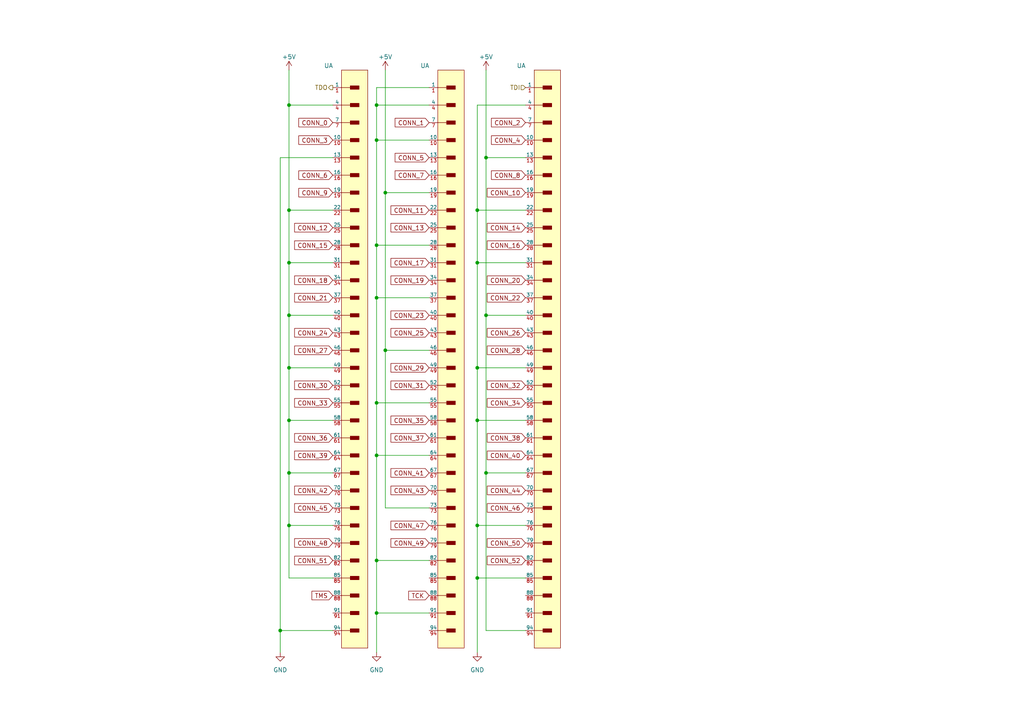
<source format=kicad_sch>
(kicad_sch (version 20220404) (generator eeschema)
  (paper "A4")
  (lib_symbols
    (symbol "09032967825:09032967825" (pin_names (offset 0))
      (property "Reference" "J" (at 0 7.62 0))
      (property "Value" "09032967825" (at 0 10.16 0))
      (symbol "09032967825_1_1"
        (rectangle (start -12.7 5.08) (end -5.08 -162.56) (fill (type background)))
        (rectangle (start -10.16 -156.972) (end -7.62 -157.988) (fill (type outline)))
        (rectangle (start -10.16 -151.892) (end -7.62 -152.908) (fill (type outline)))
        (rectangle (start -10.16 -146.812) (end -7.62 -147.828) (fill (type outline)))
        (rectangle (start -10.16 -141.732) (end -7.62 -142.748) (fill (type outline)))
        (rectangle (start -10.16 -136.652) (end -7.62 -137.668) (fill (type outline)))
        (rectangle (start -10.16 -131.572) (end -7.62 -132.588) (fill (type outline)))
        (rectangle (start -10.16 -126.492) (end -7.62 -127.508) (fill (type outline)))
        (rectangle (start -10.16 -121.412) (end -7.62 -122.428) (fill (type outline)))
        (rectangle (start -10.16 -116.332) (end -7.62 -117.348) (fill (type outline)))
        (rectangle (start -10.16 -111.252) (end -7.62 -112.268) (fill (type outline)))
        (rectangle (start -10.16 -106.172) (end -7.62 -107.188) (fill (type outline)))
        (rectangle (start -10.16 -101.092) (end -7.62 -102.108) (fill (type outline)))
        (rectangle (start -10.16 -96.012) (end -7.62 -97.028) (fill (type outline)))
        (rectangle (start -10.16 -90.932) (end -7.62 -91.948) (fill (type outline)))
        (rectangle (start -10.16 -85.852) (end -7.62 -86.868) (fill (type outline)))
        (rectangle (start -10.16 -80.772) (end -7.62 -81.788) (fill (type outline)))
        (rectangle (start -10.16 -75.692) (end -7.62 -76.708) (fill (type outline)))
        (rectangle (start -10.16 -70.612) (end -7.62 -71.628) (fill (type outline)))
        (rectangle (start -10.16 -65.532) (end -7.62 -66.548) (fill (type outline)))
        (rectangle (start -10.16 -60.452) (end -7.62 -61.468) (fill (type outline)))
        (rectangle (start -10.16 -55.372) (end -7.62 -56.388) (fill (type outline)))
        (rectangle (start -10.16 -50.292) (end -7.62 -51.308) (fill (type outline)))
        (rectangle (start -10.16 -45.212) (end -7.62 -46.228) (fill (type outline)))
        (rectangle (start -10.16 -40.132) (end -7.62 -41.148) (fill (type outline)))
        (rectangle (start -10.16 -35.052) (end -7.62 -36.068) (fill (type outline)))
        (rectangle (start -10.16 -29.972) (end -7.62 -30.988) (fill (type outline)))
        (rectangle (start -10.16 -24.892) (end -7.62 -25.908) (fill (type outline)))
        (rectangle (start -10.16 -19.812) (end -7.62 -20.828) (fill (type outline)))
        (rectangle (start -10.16 -14.732) (end -7.62 -15.748) (fill (type outline)))
        (rectangle (start -10.16 -9.652) (end -7.62 -10.668) (fill (type outline)))
        (rectangle (start -10.16 -4.572) (end -7.62 -5.588) (fill (type outline)))
        (rectangle (start -10.16 0.508) (end -7.62 -0.508) (fill (type outline)))
        (polyline (pts (xy -8.128 -157.48) (xy -5.08 -157.48)))
        (polyline (pts (xy -8.128 -152.4) (xy -5.08 -152.4)))
        (polyline (pts (xy -8.128 -147.32) (xy -5.08 -147.32)))
        (polyline (pts (xy -8.128 -142.24) (xy -5.08 -142.24)))
        (polyline (pts (xy -8.128 -137.16) (xy -5.08 -137.16)))
        (polyline (pts (xy -8.128 -132.08) (xy -5.08 -132.08)))
        (polyline (pts (xy -8.128 -127) (xy -5.08 -127)))
        (polyline (pts (xy -8.128 -121.92) (xy -5.08 -121.92)))
        (polyline (pts (xy -8.128 -116.84) (xy -5.08 -116.84)))
        (polyline (pts (xy -8.128 -111.76) (xy -5.08 -111.76)))
        (polyline (pts (xy -8.128 -106.68) (xy -5.08 -106.68)))
        (polyline (pts (xy -8.128 -101.6) (xy -5.08 -101.6)))
        (polyline (pts (xy -8.128 -96.52) (xy -5.08 -96.52)))
        (polyline (pts (xy -8.128 -91.44) (xy -5.08 -91.44)))
        (polyline (pts (xy -8.128 -86.36) (xy -5.08 -86.36)))
        (polyline (pts (xy -8.128 -81.28) (xy -5.08 -81.28)))
        (polyline (pts (xy -8.128 -76.2) (xy -5.08 -76.2)))
        (polyline (pts (xy -8.128 -71.12) (xy -5.08 -71.12)))
        (polyline (pts (xy -8.128 -66.04) (xy -5.08 -66.04)))
        (polyline (pts (xy -8.128 -60.96) (xy -5.08 -60.96)))
        (polyline (pts (xy -8.128 -55.88) (xy -5.08 -55.88)))
        (polyline (pts (xy -8.128 -50.8) (xy -5.08 -50.8)))
        (polyline (pts (xy -8.128 -45.72) (xy -5.08 -45.72)))
        (polyline (pts (xy -8.128 -40.64) (xy -5.08 -40.64)))
        (polyline (pts (xy -8.128 -35.56) (xy -5.08 -35.56)))
        (polyline (pts (xy -8.128 -30.48) (xy -5.08 -30.48)))
        (polyline (pts (xy -8.128 -25.4) (xy -5.08 -25.4)))
        (polyline (pts (xy -8.128 -20.32) (xy -5.08 -20.32)))
        (polyline (pts (xy -8.128 -15.24) (xy -5.08 -15.24)))
        (polyline (pts (xy -8.128 -10.16) (xy -5.08 -10.16)))
        (polyline (pts (xy -8.128 -5.08) (xy -5.08 -5.08)))
        (polyline (pts (xy -8.128 0) (xy -5.08 0)))
        (pin passive line (at -2.54 0 180) (length 2.54) (name "1") (number "1"))
        (pin passive line (at -2.54 -15.24 180) (length 2.54) (name "10") (number "10"))
        (pin passive line (at -2.54 -20.32 180) (length 2.54) (name "13") (number "13"))
        (pin passive line (at -2.54 -25.4 180) (length 2.54) (name "16") (number "16"))
        (pin passive line (at -2.54 -30.48 180) (length 2.54) (name "19") (number "19"))
        (pin passive line (at -2.54 -35.56 180) (length 2.54) (name "22") (number "22"))
        (pin passive line (at -2.54 -40.64 180) (length 2.54) (name "25") (number "25"))
        (pin passive line (at -2.54 -45.72 180) (length 2.54) (name "28") (number "28"))
        (pin passive line (at -2.54 -50.8 180) (length 2.54) (name "31") (number "31"))
        (pin passive line (at -2.54 -55.88 180) (length 2.54) (name "34") (number "34"))
        (pin passive line (at -2.54 -60.96 180) (length 2.54) (name "37") (number "37"))
        (pin passive line (at -2.54 -5.08 180) (length 2.54) (name "4") (number "4"))
        (pin passive line (at -2.54 -66.04 180) (length 2.54) (name "40") (number "40"))
        (pin passive line (at -2.54 -71.12 180) (length 2.54) (name "43") (number "43"))
        (pin passive line (at -2.54 -76.2 180) (length 2.54) (name "46") (number "46"))
        (pin passive line (at -2.54 -81.28 180) (length 2.54) (name "49") (number "49"))
        (pin passive line (at -2.54 -86.36 180) (length 2.54) (name "52") (number "52"))
        (pin passive line (at -2.54 -91.44 180) (length 2.54) (name "55") (number "55"))
        (pin passive line (at -2.54 -96.52 180) (length 2.54) (name "58") (number "58"))
        (pin passive line (at -2.54 -101.6 180) (length 2.54) (name "61") (number "61"))
        (pin passive line (at -2.54 -106.68 180) (length 2.54) (name "64") (number "64"))
        (pin passive line (at -2.54 -111.76 180) (length 2.54) (name "67") (number "67"))
        (pin passive line (at -2.54 -10.16 180) (length 2.54) (name "7") (number "7"))
        (pin passive line (at -2.54 -116.84 180) (length 2.54) (name "70") (number "70"))
        (pin passive line (at -2.54 -121.92 180) (length 2.54) (name "73") (number "73"))
        (pin passive line (at -2.54 -127 180) (length 2.54) (name "76") (number "76"))
        (pin passive line (at -2.54 -132.08 180) (length 2.54) (name "79") (number "79"))
        (pin passive line (at -2.54 -137.16 180) (length 2.54) (name "82") (number "82"))
        (pin passive line (at -2.54 -142.24 180) (length 2.54) (name "85") (number "85"))
        (pin passive line (at -2.54 -147.32 180) (length 2.54) (name "88") (number "88"))
        (pin passive line (at -2.54 -152.4 180) (length 2.54) (name "91") (number "91"))
        (pin passive line (at -2.54 -157.48 180) (length 2.54) (name "94") (number "94"))
      )
      (symbol "09032967825_2_1"
        (rectangle (start -12.7 5.08) (end -5.08 -162.56) (fill (type background)))
        (rectangle (start -10.16 -156.972) (end -7.62 -157.988) (fill (type outline)))
        (rectangle (start -10.16 -151.892) (end -7.62 -152.908) (fill (type outline)))
        (rectangle (start -10.16 -146.812) (end -7.62 -147.828) (fill (type outline)))
        (rectangle (start -10.16 -141.732) (end -7.62 -142.748) (fill (type outline)))
        (rectangle (start -10.16 -136.652) (end -7.62 -137.668) (fill (type outline)))
        (rectangle (start -10.16 -131.572) (end -7.62 -132.588) (fill (type outline)))
        (rectangle (start -10.16 -126.492) (end -7.62 -127.508) (fill (type outline)))
        (rectangle (start -10.16 -121.412) (end -7.62 -122.428) (fill (type outline)))
        (rectangle (start -10.16 -116.332) (end -7.62 -117.348) (fill (type outline)))
        (rectangle (start -10.16 -111.252) (end -7.62 -112.268) (fill (type outline)))
        (rectangle (start -10.16 -106.172) (end -7.62 -107.188) (fill (type outline)))
        (rectangle (start -10.16 -101.092) (end -7.62 -102.108) (fill (type outline)))
        (rectangle (start -10.16 -96.012) (end -7.62 -97.028) (fill (type outline)))
        (rectangle (start -10.16 -90.932) (end -7.62 -91.948) (fill (type outline)))
        (rectangle (start -10.16 -85.852) (end -7.62 -86.868) (fill (type outline)))
        (rectangle (start -10.16 -80.772) (end -7.62 -81.788) (fill (type outline)))
        (rectangle (start -10.16 -75.692) (end -7.62 -76.708) (fill (type outline)))
        (rectangle (start -10.16 -70.612) (end -7.62 -71.628) (fill (type outline)))
        (rectangle (start -10.16 -65.532) (end -7.62 -66.548) (fill (type outline)))
        (rectangle (start -10.16 -60.452) (end -7.62 -61.468) (fill (type outline)))
        (rectangle (start -10.16 -55.372) (end -7.62 -56.388) (fill (type outline)))
        (rectangle (start -10.16 -50.292) (end -7.62 -51.308) (fill (type outline)))
        (rectangle (start -10.16 -45.212) (end -7.62 -46.228) (fill (type outline)))
        (rectangle (start -10.16 -40.132) (end -7.62 -41.148) (fill (type outline)))
        (rectangle (start -10.16 -35.052) (end -7.62 -36.068) (fill (type outline)))
        (rectangle (start -10.16 -29.972) (end -7.62 -30.988) (fill (type outline)))
        (rectangle (start -10.16 -24.892) (end -7.62 -25.908) (fill (type outline)))
        (rectangle (start -10.16 -19.812) (end -7.62 -20.828) (fill (type outline)))
        (rectangle (start -10.16 -14.732) (end -7.62 -15.748) (fill (type outline)))
        (rectangle (start -10.16 -9.652) (end -7.62 -10.668) (fill (type outline)))
        (rectangle (start -10.16 -4.572) (end -7.62 -5.588) (fill (type outline)))
        (rectangle (start -10.16 0.508) (end -7.62 -0.508) (fill (type outline)))
        (polyline (pts (xy -8.128 -157.48) (xy -5.08 -157.48)))
        (polyline (pts (xy -8.128 -152.4) (xy -5.08 -152.4)))
        (polyline (pts (xy -8.128 -147.32) (xy -5.08 -147.32)))
        (polyline (pts (xy -8.128 -142.24) (xy -5.08 -142.24)))
        (polyline (pts (xy -8.128 -137.16) (xy -5.08 -137.16)))
        (polyline (pts (xy -8.128 -132.08) (xy -5.08 -132.08)))
        (polyline (pts (xy -8.128 -127) (xy -5.08 -127)))
        (polyline (pts (xy -8.128 -121.92) (xy -5.08 -121.92)))
        (polyline (pts (xy -8.128 -116.84) (xy -5.08 -116.84)))
        (polyline (pts (xy -8.128 -111.76) (xy -5.08 -111.76)))
        (polyline (pts (xy -8.128 -106.68) (xy -5.08 -106.68)))
        (polyline (pts (xy -8.128 -101.6) (xy -5.08 -101.6)))
        (polyline (pts (xy -8.128 -96.52) (xy -5.08 -96.52)))
        (polyline (pts (xy -8.128 -91.44) (xy -5.08 -91.44)))
        (polyline (pts (xy -8.128 -86.36) (xy -5.08 -86.36)))
        (polyline (pts (xy -8.128 -81.28) (xy -5.08 -81.28)))
        (polyline (pts (xy -8.128 -76.2) (xy -5.08 -76.2)))
        (polyline (pts (xy -8.128 -71.12) (xy -5.08 -71.12)))
        (polyline (pts (xy -8.128 -66.04) (xy -5.08 -66.04)))
        (polyline (pts (xy -8.128 -60.96) (xy -5.08 -60.96)))
        (polyline (pts (xy -8.128 -55.88) (xy -5.08 -55.88)))
        (polyline (pts (xy -8.128 -50.8) (xy -5.08 -50.8)))
        (polyline (pts (xy -8.128 -45.72) (xy -5.08 -45.72)))
        (polyline (pts (xy -8.128 -40.64) (xy -5.08 -40.64)))
        (polyline (pts (xy -8.128 -35.56) (xy -5.08 -35.56)))
        (polyline (pts (xy -8.128 -30.48) (xy -5.08 -30.48)))
        (polyline (pts (xy -8.128 -25.4) (xy -5.08 -25.4)))
        (polyline (pts (xy -8.128 -20.32) (xy -5.08 -20.32)))
        (polyline (pts (xy -8.128 -15.24) (xy -5.08 -15.24)))
        (polyline (pts (xy -8.128 -10.16) (xy -5.08 -10.16)))
        (polyline (pts (xy -8.128 -5.08) (xy -5.08 -5.08)))
        (polyline (pts (xy -8.128 0) (xy -5.08 0)))
        (pin passive line (at -2.54 -15.24 180) (length 2.54) (name "11") (number "11"))
        (pin passive line (at -2.54 -20.32 180) (length 2.54) (name "14") (number "14"))
        (pin passive line (at -2.54 -25.4 180) (length 2.54) (name "17") (number "17"))
        (pin passive line (at -2.54 0 180) (length 2.54) (name "2") (number "2"))
        (pin passive line (at -2.54 -30.48 180) (length 2.54) (name "20") (number "20"))
        (pin passive line (at -2.54 -35.56 180) (length 2.54) (name "23") (number "23"))
        (pin passive line (at -2.54 -40.64 180) (length 2.54) (name "26") (number "26"))
        (pin passive line (at -2.54 -45.72 180) (length 2.54) (name "29") (number "29"))
        (pin passive line (at -2.54 -50.8 180) (length 2.54) (name "32") (number "32"))
        (pin passive line (at -2.54 -55.88 180) (length 2.54) (name "35") (number "35"))
        (pin passive line (at -2.54 -60.96 180) (length 2.54) (name "38") (number "38"))
        (pin passive line (at -2.54 -66.04 180) (length 2.54) (name "41") (number "41"))
        (pin passive line (at -2.54 -71.12 180) (length 2.54) (name "44") (number "44"))
        (pin passive line (at -2.54 -76.2 180) (length 2.54) (name "47") (number "47"))
        (pin passive line (at -2.54 -5.08 180) (length 2.54) (name "5") (number "5"))
        (pin passive line (at -2.54 -81.28 180) (length 2.54) (name "50") (number "50"))
        (pin passive line (at -2.54 -86.36 180) (length 2.54) (name "53") (number "53"))
        (pin passive line (at -2.54 -91.44 180) (length 2.54) (name "56") (number "56"))
        (pin passive line (at -2.54 -96.52 180) (length 2.54) (name "59") (number "59"))
        (pin passive line (at -2.54 -101.6 180) (length 2.54) (name "62") (number "62"))
        (pin passive line (at -2.54 -106.68 180) (length 2.54) (name "65") (number "65"))
        (pin passive line (at -2.54 -111.76 180) (length 2.54) (name "68") (number "68"))
        (pin passive line (at -2.54 -116.84 180) (length 2.54) (name "71") (number "71"))
        (pin passive line (at -2.54 -121.92 180) (length 2.54) (name "74") (number "74"))
        (pin passive line (at -2.54 -127 180) (length 2.54) (name "77") (number "77"))
        (pin passive line (at -2.54 -10.16 180) (length 2.54) (name "8") (number "8"))
        (pin passive line (at -2.54 -132.08 180) (length 2.54) (name "80") (number "80"))
        (pin passive line (at -2.54 -137.16 180) (length 2.54) (name "83") (number "83"))
        (pin passive line (at -2.54 -142.24 180) (length 2.54) (name "86") (number "86"))
        (pin passive line (at -2.54 -147.32 180) (length 2.54) (name "89") (number "89"))
        (pin passive line (at -2.54 -152.4 180) (length 2.54) (name "92") (number "92"))
        (pin passive line (at -2.54 -157.48 180) (length 2.54) (name "95") (number "95"))
      )
      (symbol "09032967825_3_1"
        (rectangle (start -12.7 5.08) (end -5.08 -162.56) (fill (type background)))
        (rectangle (start -10.16 -156.972) (end -7.62 -157.988) (fill (type outline)))
        (rectangle (start -10.16 -151.892) (end -7.62 -152.908) (fill (type outline)))
        (rectangle (start -10.16 -146.812) (end -7.62 -147.828) (fill (type outline)))
        (rectangle (start -10.16 -141.732) (end -7.62 -142.748) (fill (type outline)))
        (rectangle (start -10.16 -136.652) (end -7.62 -137.668) (fill (type outline)))
        (rectangle (start -10.16 -131.572) (end -7.62 -132.588) (fill (type outline)))
        (rectangle (start -10.16 -126.492) (end -7.62 -127.508) (fill (type outline)))
        (rectangle (start -10.16 -121.412) (end -7.62 -122.428) (fill (type outline)))
        (rectangle (start -10.16 -116.332) (end -7.62 -117.348) (fill (type outline)))
        (rectangle (start -10.16 -111.252) (end -7.62 -112.268) (fill (type outline)))
        (rectangle (start -10.16 -106.172) (end -7.62 -107.188) (fill (type outline)))
        (rectangle (start -10.16 -101.092) (end -7.62 -102.108) (fill (type outline)))
        (rectangle (start -10.16 -96.012) (end -7.62 -97.028) (fill (type outline)))
        (rectangle (start -10.16 -90.932) (end -7.62 -91.948) (fill (type outline)))
        (rectangle (start -10.16 -85.852) (end -7.62 -86.868) (fill (type outline)))
        (rectangle (start -10.16 -80.772) (end -7.62 -81.788) (fill (type outline)))
        (rectangle (start -10.16 -75.692) (end -7.62 -76.708) (fill (type outline)))
        (rectangle (start -10.16 -70.612) (end -7.62 -71.628) (fill (type outline)))
        (rectangle (start -10.16 -65.532) (end -7.62 -66.548) (fill (type outline)))
        (rectangle (start -10.16 -60.452) (end -7.62 -61.468) (fill (type outline)))
        (rectangle (start -10.16 -55.372) (end -7.62 -56.388) (fill (type outline)))
        (rectangle (start -10.16 -50.292) (end -7.62 -51.308) (fill (type outline)))
        (rectangle (start -10.16 -45.212) (end -7.62 -46.228) (fill (type outline)))
        (rectangle (start -10.16 -40.132) (end -7.62 -41.148) (fill (type outline)))
        (rectangle (start -10.16 -35.052) (end -7.62 -36.068) (fill (type outline)))
        (rectangle (start -10.16 -29.972) (end -7.62 -30.988) (fill (type outline)))
        (rectangle (start -10.16 -24.892) (end -7.62 -25.908) (fill (type outline)))
        (rectangle (start -10.16 -19.812) (end -7.62 -20.828) (fill (type outline)))
        (rectangle (start -10.16 -14.732) (end -7.62 -15.748) (fill (type outline)))
        (rectangle (start -10.16 -9.652) (end -7.62 -10.668) (fill (type outline)))
        (rectangle (start -10.16 -4.572) (end -7.62 -5.588) (fill (type outline)))
        (rectangle (start -10.16 0.508) (end -7.62 -0.508) (fill (type outline)))
        (polyline (pts (xy -8.128 -157.48) (xy -5.08 -157.48)))
        (polyline (pts (xy -8.128 -152.4) (xy -5.08 -152.4)))
        (polyline (pts (xy -8.128 -147.32) (xy -5.08 -147.32)))
        (polyline (pts (xy -8.128 -142.24) (xy -5.08 -142.24)))
        (polyline (pts (xy -8.128 -137.16) (xy -5.08 -137.16)))
        (polyline (pts (xy -8.128 -132.08) (xy -5.08 -132.08)))
        (polyline (pts (xy -8.128 -127) (xy -5.08 -127)))
        (polyline (pts (xy -8.128 -121.92) (xy -5.08 -121.92)))
        (polyline (pts (xy -8.128 -116.84) (xy -5.08 -116.84)))
        (polyline (pts (xy -8.128 -111.76) (xy -5.08 -111.76)))
        (polyline (pts (xy -8.128 -106.68) (xy -5.08 -106.68)))
        (polyline (pts (xy -8.128 -101.6) (xy -5.08 -101.6)))
        (polyline (pts (xy -8.128 -96.52) (xy -5.08 -96.52)))
        (polyline (pts (xy -8.128 -91.44) (xy -5.08 -91.44)))
        (polyline (pts (xy -8.128 -86.36) (xy -5.08 -86.36)))
        (polyline (pts (xy -8.128 -81.28) (xy -5.08 -81.28)))
        (polyline (pts (xy -8.128 -76.2) (xy -5.08 -76.2)))
        (polyline (pts (xy -8.128 -71.12) (xy -5.08 -71.12)))
        (polyline (pts (xy -8.128 -66.04) (xy -5.08 -66.04)))
        (polyline (pts (xy -8.128 -60.96) (xy -5.08 -60.96)))
        (polyline (pts (xy -8.128 -55.88) (xy -5.08 -55.88)))
        (polyline (pts (xy -8.128 -50.8) (xy -5.08 -50.8)))
        (polyline (pts (xy -8.128 -45.72) (xy -5.08 -45.72)))
        (polyline (pts (xy -8.128 -40.64) (xy -5.08 -40.64)))
        (polyline (pts (xy -8.128 -35.56) (xy -5.08 -35.56)))
        (polyline (pts (xy -8.128 -30.48) (xy -5.08 -30.48)))
        (polyline (pts (xy -8.128 -25.4) (xy -5.08 -25.4)))
        (polyline (pts (xy -8.128 -20.32) (xy -5.08 -20.32)))
        (polyline (pts (xy -8.128 -15.24) (xy -5.08 -15.24)))
        (polyline (pts (xy -8.128 -10.16) (xy -5.08 -10.16)))
        (polyline (pts (xy -8.128 -5.08) (xy -5.08 -5.08)))
        (polyline (pts (xy -8.128 0) (xy -5.08 0)))
        (pin passive line (at -2.54 -15.24 180) (length 2.54) (name "12") (number "12"))
        (pin passive line (at -2.54 -20.32 180) (length 2.54) (name "15") (number "15"))
        (pin passive line (at -2.54 -25.4 180) (length 2.54) (name "18") (number "18"))
        (pin passive line (at -2.54 -30.48 180) (length 2.54) (name "21") (number "21"))
        (pin passive line (at -2.54 -35.56 180) (length 2.54) (name "24") (number "24"))
        (pin passive line (at -2.54 -40.64 180) (length 2.54) (name "27") (number "27"))
        (pin passive line (at -2.54 0 180) (length 2.54) (name "3") (number "3"))
        (pin passive line (at -2.54 -45.72 180) (length 2.54) (name "30") (number "30"))
        (pin passive line (at -2.54 -50.8 180) (length 2.54) (name "33") (number "33"))
        (pin passive line (at -2.54 -55.88 180) (length 2.54) (name "36") (number "36"))
        (pin passive line (at -2.54 -60.96 180) (length 2.54) (name "39") (number "39"))
        (pin passive line (at -2.54 -66.04 180) (length 2.54) (name "42") (number "42"))
        (pin passive line (at -2.54 -71.12 180) (length 2.54) (name "45") (number "45"))
        (pin passive line (at -2.54 -76.2 180) (length 2.54) (name "48") (number "48"))
        (pin passive line (at -2.54 -81.28 180) (length 2.54) (name "51") (number "51"))
        (pin passive line (at -2.54 -86.36 180) (length 2.54) (name "54") (number "54"))
        (pin passive line (at -2.54 -91.44 180) (length 2.54) (name "57") (number "57"))
        (pin passive line (at -2.54 -5.08 180) (length 2.54) (name "6") (number "6"))
        (pin passive line (at -2.54 -96.52 180) (length 2.54) (name "60") (number "60"))
        (pin passive line (at -2.54 -101.6 180) (length 2.54) (name "63") (number "63"))
        (pin passive line (at -2.54 -106.68 180) (length 2.54) (name "66") (number "66"))
        (pin passive line (at -2.54 -111.76 180) (length 2.54) (name "69") (number "69"))
        (pin passive line (at -2.54 -116.84 180) (length 2.54) (name "72") (number "72"))
        (pin passive line (at -2.54 -121.92 180) (length 2.54) (name "75") (number "75"))
        (pin passive line (at -2.54 -127 180) (length 2.54) (name "78") (number "78"))
        (pin passive line (at -2.54 -132.08 180) (length 2.54) (name "81") (number "81"))
        (pin passive line (at -2.54 -137.16 180) (length 2.54) (name "84") (number "84"))
        (pin passive line (at -2.54 -142.24 180) (length 2.54) (name "87") (number "87"))
        (pin passive line (at -2.54 -10.16 180) (length 2.54) (name "9") (number "9"))
        (pin passive line (at -2.54 -147.32 180) (length 2.54) (name "90") (number "90"))
        (pin passive line (at -2.54 -152.4 180) (length 2.54) (name "93") (number "93"))
        (pin passive line (at -2.54 -157.48 180) (length 2.54) (name "96") (number "96"))
      )
    )
    (symbol "power:+5V" (power) (pin_names (offset 0))
      (property "Value" "+5V" (at 0 3.556 0))
      (symbol "+5V_0_1"
        (polyline (pts (xy -0.762 1.27) (xy 0 2.54)))
        (polyline (pts (xy 0 0) (xy 0 2.54)))
        (polyline (pts (xy 0 2.54) (xy 0.762 1.27)))
      )
      (symbol "+5V_1_1"
        (pin power_in line (at 0 0 90) (length 0) hide (name "+5V") (number "1"))
      )
    )
    (symbol "power:GND" (power) (pin_names (offset 0))
      (property "Value" "GND" (at 0 -3.81 0))
      (symbol "GND_0_1"
        (polyline (pts (xy 0 0) (xy 0 -1.27) (xy 1.27 -1.27) (xy 0 -2.54) (xy -1.27 -1.27) (xy 0 -1.27)))
      )
      (symbol "GND_1_1"
        (pin power_in line (at 0 0 270) (length 0) hide (name "GND") (number "1"))
      )
    )
  )
  (junction (at 109.22 30.48))
  (junction (at 83.82 137.16))
  (junction (at 138.43 60.96))
  (junction (at 140.97 91.44))
  (junction (at 140.97 45.72))
  (junction (at 83.82 60.96))
  (junction (at 83.82 152.4))
  (junction (at 109.22 40.64))
  (junction (at 83.82 106.68))
  (junction (at 109.22 86.36))
  (junction (at 138.43 76.2))
  (junction (at 109.22 116.84))
  (junction (at 109.22 162.56))
  (junction (at 138.43 121.92))
  (junction (at 109.22 71.12))
  (junction (at 83.82 121.92))
  (junction (at 83.82 76.2))
  (junction (at 109.22 177.8))
  (junction (at 109.22 132.08))
  (junction (at 83.82 91.44))
  (junction (at 81.28 182.88))
  (junction (at 138.43 167.64))
  (junction (at 111.76 55.88))
  (junction (at 138.43 152.4))
  (junction (at 83.82 30.48))
  (junction (at 111.76 101.6))
  (junction (at 138.43 106.68))
  (junction (at 140.97 137.16))
  (wire (pts (xy 109.22 30.48) (xy 109.22 25.4)))
  (wire (pts (xy 138.43 121.92) (xy 152.4 121.92)))
  (wire (pts (xy 109.22 132.08) (xy 124.46 132.08)))
  (wire (pts (xy 138.43 106.68) (xy 138.43 76.2)))
  (wire (pts (xy 83.82 91.44) (xy 83.82 106.68)))
  (wire (pts (xy 109.22 40.64) (xy 124.46 40.64)))
  (wire (pts (xy 111.76 147.32) (xy 124.46 147.32)))
  (wire (pts (xy 83.82 30.48) (xy 96.52 30.48)))
  (wire (pts (xy 138.43 60.96) (xy 138.43 30.48)))
  (wire (pts (xy 83.82 121.92) (xy 96.52 121.92)))
  (wire (pts (xy 109.22 177.8) (xy 109.22 162.56)))
  (wire (pts (xy 111.76 55.88) (xy 111.76 101.6)))
  (wire (pts (xy 140.97 20.32) (xy 140.97 45.72)))
  (wire (pts (xy 83.82 76.2) (xy 96.52 76.2)))
  (wire (pts (xy 83.82 106.68) (xy 96.52 106.68)))
  (wire (pts (xy 109.22 162.56) (xy 124.46 162.56)))
  (wire (pts (xy 111.76 20.32) (xy 111.76 55.88)))
  (wire (pts (xy 109.22 86.36) (xy 109.22 71.12)))
  (wire (pts (xy 111.76 55.88) (xy 124.46 55.88)))
  (wire (pts (xy 140.97 45.72) (xy 140.97 91.44)))
  (wire (pts (xy 140.97 91.44) (xy 140.97 137.16)))
  (wire (pts (xy 138.43 76.2) (xy 152.4 76.2)))
  (wire (pts (xy 140.97 137.16) (xy 140.97 182.88)))
  (wire (pts (xy 140.97 91.44) (xy 152.4 91.44)))
  (wire (pts (xy 138.43 121.92) (xy 138.43 106.68)))
  (wire (pts (xy 83.82 121.92) (xy 83.82 137.16)))
  (wire (pts (xy 83.82 137.16) (xy 83.82 152.4)))
  (wire (pts (xy 138.43 60.96) (xy 152.4 60.96)))
  (wire (pts (xy 81.28 45.72) (xy 81.28 182.88)))
  (wire (pts (xy 81.28 189.23) (xy 81.28 182.88)))
  (wire (pts (xy 81.28 182.88) (xy 96.52 182.88)))
  (wire (pts (xy 109.22 71.12) (xy 109.22 40.64)))
  (wire (pts (xy 111.76 101.6) (xy 111.76 147.32)))
  (wire (pts (xy 83.82 152.4) (xy 96.52 152.4)))
  (wire (pts (xy 83.82 20.32) (xy 83.82 30.48)))
  (wire (pts (xy 109.22 71.12) (xy 124.46 71.12)))
  (wire (pts (xy 109.22 40.64) (xy 109.22 30.48)))
  (wire (pts (xy 111.76 101.6) (xy 124.46 101.6)))
  (wire (pts (xy 138.43 167.64) (xy 152.4 167.64)))
  (wire (pts (xy 83.82 60.96) (xy 96.52 60.96)))
  (wire (pts (xy 138.43 152.4) (xy 152.4 152.4)))
  (wire (pts (xy 81.28 45.72) (xy 96.52 45.72)))
  (wire (pts (xy 109.22 25.4) (xy 124.46 25.4)))
  (wire (pts (xy 109.22 189.23) (xy 109.22 177.8)))
  (wire (pts (xy 138.43 167.64) (xy 138.43 152.4)))
  (wire (pts (xy 109.22 116.84) (xy 109.22 86.36)))
  (wire (pts (xy 138.43 152.4) (xy 138.43 121.92)))
  (wire (pts (xy 138.43 76.2) (xy 138.43 60.96)))
  (wire (pts (xy 83.82 91.44) (xy 96.52 91.44)))
  (wire (pts (xy 109.22 177.8) (xy 124.46 177.8)))
  (wire (pts (xy 138.43 189.23) (xy 138.43 167.64)))
  (wire (pts (xy 109.22 162.56) (xy 109.22 132.08)))
  (wire (pts (xy 83.82 76.2) (xy 83.82 91.44)))
  (wire (pts (xy 109.22 86.36) (xy 124.46 86.36)))
  (wire (pts (xy 138.43 106.68) (xy 152.4 106.68)))
  (wire (pts (xy 83.82 167.64) (xy 96.52 167.64)))
  (wire (pts (xy 109.22 116.84) (xy 124.46 116.84)))
  (wire (pts (xy 140.97 137.16) (xy 152.4 137.16)))
  (wire (pts (xy 109.22 132.08) (xy 109.22 116.84)))
  (wire (pts (xy 83.82 152.4) (xy 83.82 167.64)))
  (wire (pts (xy 109.22 30.48) (xy 124.46 30.48)))
  (wire (pts (xy 83.82 137.16) (xy 96.52 137.16)))
  (wire (pts (xy 140.97 45.72) (xy 152.4 45.72)))
  (wire (pts (xy 140.97 182.88) (xy 152.4 182.88)))
  (wire (pts (xy 83.82 60.96) (xy 83.82 76.2)))
  (wire (pts (xy 83.82 106.68) (xy 83.82 121.92)))
  (wire (pts (xy 83.82 30.48) (xy 83.82 60.96)))
  (wire (pts (xy 138.43 30.48) (xy 152.4 30.48)))
  (global_label "CONN_6" (shape input) (at 96.52 50.8 180) (property "Intersheetrefs" "${INTERSHEET_REFS}" (effects hide)))
  (global_label "CONN_35" (shape input) (at 124.46 121.92 180) (property "Intersheetrefs" "${INTERSHEET_REFS}" (effects hide)))
  (global_label "CONN_33" (shape input) (at 96.52 116.84 180) (property "Intersheetrefs" "${INTERSHEET_REFS}" (effects hide)))
  (global_label "CONN_50" (shape input) (at 152.4 157.48 180) (property "Intersheetrefs" "${INTERSHEET_REFS}" (effects hide)))
  (global_label "CONN_12" (shape input) (at 96.52 66.04 180) (property "Intersheetrefs" "${INTERSHEET_REFS}" (effects hide)))
  (global_label "CONN_0" (shape input) (at 96.52 35.56 180) (property "Intersheetrefs" "${INTERSHEET_REFS}" (effects hide)))
  (global_label "CONN_48" (shape input) (at 96.52 157.48 180) (property "Intersheetrefs" "${INTERSHEET_REFS}" (effects hide)))
  (global_label "CONN_14" (shape input) (at 152.4 66.04 180) (property "Intersheetrefs" "${INTERSHEET_REFS}" (effects hide)))
  (global_label "CONN_31" (shape input) (at 124.46 111.76 180) (property "Intersheetrefs" "${INTERSHEET_REFS}" (effects hide)))
  (global_label "CONN_2" (shape input) (at 152.4 35.56 180) (property "Intersheetrefs" "${INTERSHEET_REFS}" (effects hide)))
  (global_label "CONN_23" (shape input) (at 124.46 91.44 180) (property "Intersheetrefs" "${INTERSHEET_REFS}" (effects hide)))
  (global_label "CONN_11" (shape input) (at 124.46 60.96 180) (property "Intersheetrefs" "${INTERSHEET_REFS}" (effects hide)))
  (global_label "CONN_21" (shape input) (at 96.52 86.36 180) (property "Intersheetrefs" "${INTERSHEET_REFS}" (effects hide)))
  (global_label "CONN_51" (shape input) (at 96.52 162.56 180) (property "Intersheetrefs" "${INTERSHEET_REFS}" (effects hide)))
  (global_label "CONN_26" (shape input) (at 152.4 96.52 180) (property "Intersheetrefs" "${INTERSHEET_REFS}" (effects hide)))
  (global_label "CONN_45" (shape input) (at 96.52 147.32 180) (property "Intersheetrefs" "${INTERSHEET_REFS}" (effects hide)))
  (global_label "CONN_40" (shape input) (at 152.4 132.08 180) (property "Intersheetrefs" "${INTERSHEET_REFS}" (effects hide)))
  (global_label "CONN_41" (shape input) (at 124.46 137.16 180) (property "Intersheetrefs" "${INTERSHEET_REFS}" (effects hide)))
  (global_label "CONN_29" (shape input) (at 124.46 106.68 180) (property "Intersheetrefs" "${INTERSHEET_REFS}" (effects hide)))
  (global_label "CONN_17" (shape input) (at 124.46 76.2 180) (property "Intersheetrefs" "${INTERSHEET_REFS}" (effects hide)))
  (global_label "TMS" (shape input) (at 96.52 172.72 180) (property "Intersheetrefs" "${INTERSHEET_REFS}" (effects hide)))
  (global_label "CONN_28" (shape input) (at 152.4 101.6 180) (property "Intersheetrefs" "${INTERSHEET_REFS}" (effects hide)))
  (global_label "CONN_49" (shape input) (at 124.46 157.48 180) (property "Intersheetrefs" "${INTERSHEET_REFS}" (effects hide)))
  (global_label "CONN_10" (shape input) (at 152.4 55.88 180) (property "Intersheetrefs" "${INTERSHEET_REFS}" (effects hide)))
  (global_label "CONN_15" (shape input) (at 96.52 71.12 180) (property "Intersheetrefs" "${INTERSHEET_REFS}" (effects hide)))
  (global_label "CONN_47" (shape input) (at 124.46 152.4 180) (property "Intersheetrefs" "${INTERSHEET_REFS}" (effects hide)))
  (global_label "CONN_39" (shape input) (at 96.52 132.08 180) (property "Intersheetrefs" "${INTERSHEET_REFS}" (effects hide)))
  (global_label "CONN_16" (shape input) (at 152.4 71.12 180) (property "Intersheetrefs" "${INTERSHEET_REFS}" (effects hide)))
  (global_label "CONN_4" (shape input) (at 152.4 40.64 180) (property "Intersheetrefs" "${INTERSHEET_REFS}" (effects hide)))
  (global_label "CONN_9" (shape input) (at 96.52 55.88 180) (property "Intersheetrefs" "${INTERSHEET_REFS}" (effects hide)))
  (global_label "CONN_22" (shape input) (at 152.4 86.36 180) (property "Intersheetrefs" "${INTERSHEET_REFS}" (effects hide)))
  (global_label "CONN_5" (shape input) (at 124.46 45.72 180) (property "Intersheetrefs" "${INTERSHEET_REFS}" (effects hide)))
  (global_label "CONN_27" (shape input) (at 96.52 101.6 180) (property "Intersheetrefs" "${INTERSHEET_REFS}" (effects hide)))
  (global_label "CONN_7" (shape input) (at 124.46 50.8 180) (property "Intersheetrefs" "${INTERSHEET_REFS}" (effects hide)))
  (global_label "CONN_32" (shape input) (at 152.4 111.76 180) (property "Intersheetrefs" "${INTERSHEET_REFS}" (effects hide)))
  (global_label "CONN_44" (shape input) (at 152.4 142.24 180) (property "Intersheetrefs" "${INTERSHEET_REFS}" (effects hide)))
  (global_label "CONN_18" (shape input) (at 96.52 81.28 180) (property "Intersheetrefs" "${INTERSHEET_REFS}" (effects hide)))
  (global_label "CONN_20" (shape input) (at 152.4 81.28 180) (property "Intersheetrefs" "${INTERSHEET_REFS}" (effects hide)))
  (global_label "CONN_38" (shape input) (at 152.4 127 180) (property "Intersheetrefs" "${INTERSHEET_REFS}" (effects hide)))
  (global_label "CONN_3" (shape input) (at 96.52 40.64 180) (property "Intersheetrefs" "${INTERSHEET_REFS}" (effects hide)))
  (global_label "CONN_52" (shape input) (at 152.4 162.56 180) (property "Intersheetrefs" "${INTERSHEET_REFS}" (effects hide)))
  (global_label "CONN_37" (shape input) (at 124.46 127 180) (property "Intersheetrefs" "${INTERSHEET_REFS}" (effects hide)))
  (global_label "CONN_1" (shape input) (at 124.46 35.56 180) (property "Intersheetrefs" "${INTERSHEET_REFS}" (effects hide)))
  (global_label "CONN_8" (shape input) (at 152.4 50.8 180) (property "Intersheetrefs" "${INTERSHEET_REFS}" (effects hide)))
  (global_label "CONN_36" (shape input) (at 96.52 127 180) (property "Intersheetrefs" "${INTERSHEET_REFS}" (effects hide)))
  (global_label "CONN_34" (shape input) (at 152.4 116.84 180) (property "Intersheetrefs" "${INTERSHEET_REFS}" (effects hide)))
  (global_label "CONN_43" (shape input) (at 124.46 142.24 180) (property "Intersheetrefs" "${INTERSHEET_REFS}" (effects hide)))
  (global_label "CONN_30" (shape input) (at 96.52 111.76 180) (property "Intersheetrefs" "${INTERSHEET_REFS}" (effects hide)))
  (global_label "CONN_13" (shape input) (at 124.46 66.04 180) (property "Intersheetrefs" "${INTERSHEET_REFS}" (effects hide)))
  (global_label "TCK" (shape input) (at 124.46 172.72 180) (property "Intersheetrefs" "${INTERSHEET_REFS}" (effects hide)))
  (global_label "CONN_19" (shape input) (at 124.46 81.28 180) (property "Intersheetrefs" "${INTERSHEET_REFS}" (effects hide)))
  (global_label "CONN_24" (shape input) (at 96.52 96.52 180) (property "Intersheetrefs" "${INTERSHEET_REFS}" (effects hide)))
  (global_label "CONN_25" (shape input) (at 124.46 96.52 180) (property "Intersheetrefs" "${INTERSHEET_REFS}" (effects hide)))
  (global_label "CONN_42" (shape input) (at 96.52 142.24 180) (property "Intersheetrefs" "${INTERSHEET_REFS}" (effects hide)))
  (global_label "CONN_46" (shape input) (at 152.4 147.32 180) (property "Intersheetrefs" "${INTERSHEET_REFS}" (effects hide)))
  (hierarchical_label "TDO" (shape output) (at 96.52 25.4 180))
  (hierarchical_label "TDI" (shape input) (at 152.4 25.4 180))
  (symbol (lib_id "power:+5V") (at 111.76 20.32 0) (unit 1)
    (default_instance (reference "#PWR") (unit 1) (value "+5V") (footprint ""))
    (property "Reference" "#PWR" (effects hide))
    (property "Value" "+5V" (at 111.76 16.51 0))
  )
  (symbol (lib_id "power:+5V") (at 140.97 20.32 0) (unit 1)
    (default_instance (reference "#PWR") (unit 1) (value "+5V") (footprint ""))
    (property "Reference" "#PWR" (effects hide))
    (property "Value" "+5V" (at 140.97 16.51 0))
  )
  (symbol (lib_id "power:GND") (at 109.22 189.23 0) (unit 1)
    (default_instance (reference "#PWR") (unit 1) (value "GND") (footprint ""))
    (property "Reference" "#PWR" (effects hide))
    (property "Value" "GND" (at 109.22 194.31 0))
  )
  (symbol (lib_id "power:+5V") (at 83.82 20.32 0) (unit 1)
    (default_instance (reference "#PWR") (unit 1) (value "+5V") (footprint ""))
    (property "Reference" "#PWR" (effects hide))
    (property "Value" "+5V" (at 83.82 16.51 0))
  )
  (symbol (lib_id "09032967825:09032967825") (at 93.98 25.4 0) (mirror y) (unit 1)
    (default_instance (reference "U") (unit 1) (value "") (footprint ""))
    (property "Reference" "U" (at 93.98 19.05 0) (effects (justify right)))
    (property "Datasheet" "https://b2b.harting.com/files/download/PRD/PDF_DS/09031200203_100580339DRW000B.pdf" (effects hide))
    (property "category" "Conn" (effects hide))
    (property "contact material" "Gold,Tin" (effects hide))
    (property "current rating" "2A" (effects hide))
    (property "device class L1" "Connectors" (effects hide))
    (property "device class L2" "Headers and Wire Housings" (effects hide))
    (property "device class L3" "unset" (effects hide))
    (property "digikey description" "DIN-SIGNAL C096MS-3,0C1-2" (effects hide))
    (property "digikey part number" "1195-1155-ND" (effects hide))
    (property "footprint url" "https://b2b.harting.com/files/download/PRD/PDF_TS/0903196X921_100072506DRW318C.pdf" (effects hide))
    (property "height" "11mm" (effects hide))
    (property "is connector" "yes" (effects hide))
    (property "is male" "yes" (effects hide))
    (property "lead free" "yes" (effects hide))
    (property "library id" "da8e1b99bd9ebd5c" (effects hide))
    (property "manufacturer" "Harting" (effects hide))
    (property "mouser part number" "617-09-03-196-6921" (effects hide))
    (property "number of contacts" "96" (effects hide))
    (property "number of rows" "3" (effects hide))
    (property "package" "HDR96" (effects hide))
    (property "rohs" "yes" (effects hide))
    (property "temperature range high" "+125°C" (effects hide))
    (property "temperature range low" "-55°C" (effects hide))
  )
  (symbol (lib_id "09032967825:09032967825") (at 149.86 25.4 0) (mirror y) (unit 1)
    (default_instance (reference "U") (unit 1) (value "") (footprint ""))
    (property "Reference" "U" (at 149.86 19.05 0) (effects (justify right)))
    (property "Datasheet" "https://b2b.harting.com/files/download/PRD/PDF_DS/09031200203_100580339DRW000B.pdf" (effects hide))
    (property "category" "Conn" (effects hide))
    (property "contact material" "Gold,Tin" (effects hide))
    (property "current rating" "2A" (effects hide))
    (property "device class L1" "Connectors" (effects hide))
    (property "device class L2" "Headers and Wire Housings" (effects hide))
    (property "device class L3" "unset" (effects hide))
    (property "digikey description" "DIN-SIGNAL C096MS-3,0C1-2" (effects hide))
    (property "digikey part number" "1195-1155-ND" (effects hide))
    (property "footprint url" "https://b2b.harting.com/files/download/PRD/PDF_TS/0903196X921_100072506DRW318C.pdf" (effects hide))
    (property "height" "11mm" (effects hide))
    (property "is connector" "yes" (effects hide))
    (property "is male" "yes" (effects hide))
    (property "lead free" "yes" (effects hide))
    (property "library id" "da8e1b99bd9ebd5c" (effects hide))
    (property "manufacturer" "Harting" (effects hide))
    (property "mouser part number" "617-09-03-196-6921" (effects hide))
    (property "number of contacts" "96" (effects hide))
    (property "number of rows" "3" (effects hide))
    (property "package" "HDR96" (effects hide))
    (property "rohs" "yes" (effects hide))
    (property "temperature range high" "+125°C" (effects hide))
    (property "temperature range low" "-55°C" (effects hide))
  )
  (symbol (lib_id "power:GND") (at 81.28 189.23 0) (unit 1)
    (default_instance (reference "#PWR") (unit 1) (value "GND") (footprint ""))
    (property "Reference" "#PWR" (effects hide))
    (property "Value" "GND" (at 81.28 194.31 0))
  )
  (symbol (lib_id "09032967825:09032967825") (at 121.92 25.4 0) (mirror y) (unit 1)
    (default_instance (reference "U") (unit 1) (value "") (footprint ""))
    (property "Reference" "U" (at 121.92 19.05 0) (effects (justify right)))
    (property "Datasheet" "https://b2b.harting.com/files/download/PRD/PDF_DS/09031200203_100580339DRW000B.pdf" (effects hide))
    (property "category" "Conn" (effects hide))
    (property "contact material" "Gold,Tin" (effects hide))
    (property "current rating" "2A" (effects hide))
    (property "device class L1" "Connectors" (effects hide))
    (property "device class L2" "Headers and Wire Housings" (effects hide))
    (property "device class L3" "unset" (effects hide))
    (property "digikey description" "DIN-SIGNAL C096MS-3,0C1-2" (effects hide))
    (property "digikey part number" "1195-1155-ND" (effects hide))
    (property "footprint url" "https://b2b.harting.com/files/download/PRD/PDF_TS/0903196X921_100072506DRW318C.pdf" (effects hide))
    (property "height" "11mm" (effects hide))
    (property "is connector" "yes" (effects hide))
    (property "is male" "yes" (effects hide))
    (property "lead free" "yes" (effects hide))
    (property "library id" "da8e1b99bd9ebd5c" (effects hide))
    (property "manufacturer" "Harting" (effects hide))
    (property "mouser part number" "617-09-03-196-6921" (effects hide))
    (property "number of contacts" "96" (effects hide))
    (property "number of rows" "3" (effects hide))
    (property "package" "HDR96" (effects hide))
    (property "rohs" "yes" (effects hide))
    (property "temperature range high" "+125°C" (effects hide))
    (property "temperature range low" "-55°C" (effects hide))
  )
  (symbol (lib_id "power:GND") (at 138.43 189.23 0) (unit 1)
    (default_instance (reference "#PWR") (unit 1) (value "GND") (footprint ""))
    (property "Reference" "#PWR" (effects hide))
    (property "Value" "GND" (at 138.43 194.31 0))
  )
)
</source>
